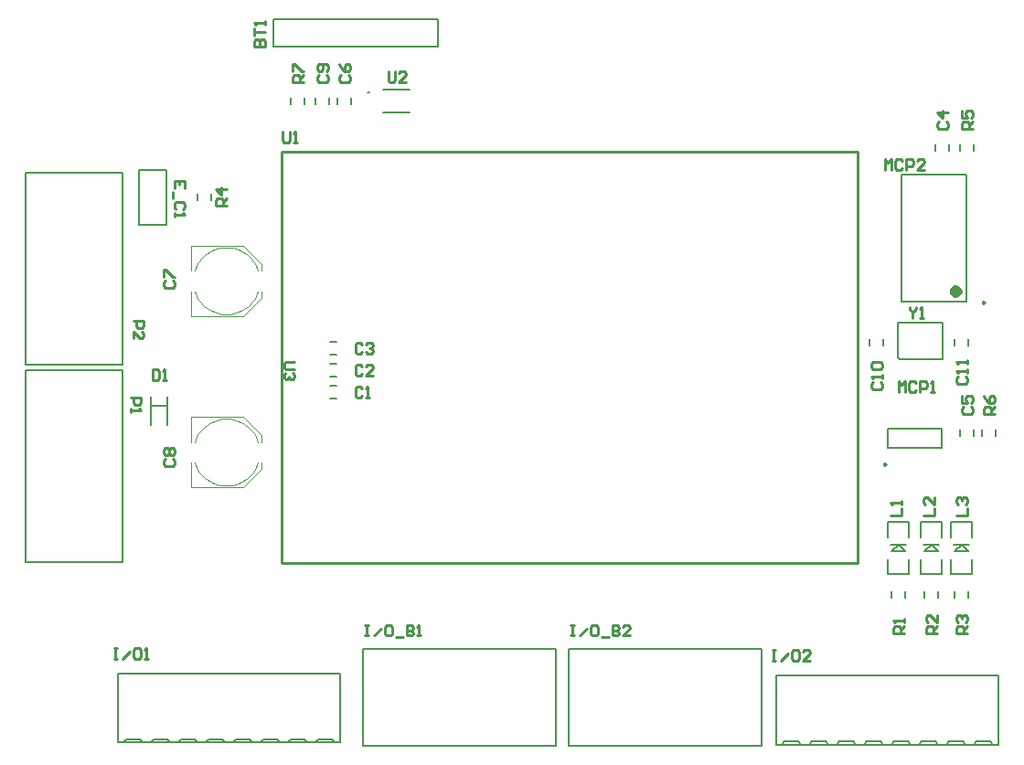
<source format=gto>
G04 Layer_Color=65535*
%FSLAX25Y25*%
%MOIN*%
G70*
G01*
G75*
%ADD22C,0.01000*%
%ADD31C,0.02362*%
%ADD32C,0.00984*%
%ADD33C,0.00394*%
%ADD34C,0.00787*%
%ADD35C,0.00400*%
%ADD36C,0.00600*%
%ADD37C,0.00800*%
D22*
X95000Y68500D02*
Y218500D01*
X305000D01*
Y68500D02*
Y218500D01*
X95000Y68500D02*
X305000D01*
X200600Y46036D02*
X201912D01*
X201256D01*
Y42100D01*
X200600D01*
X201912D01*
X203880D02*
X206504Y44724D01*
X209783Y46036D02*
X208471D01*
X207816Y45380D01*
Y42756D01*
X208471Y42100D01*
X209783D01*
X210439Y42756D01*
Y45380D01*
X209783Y46036D01*
X211751Y41444D02*
X214375D01*
X215687Y46036D02*
Y42100D01*
X217655D01*
X218311Y42756D01*
Y43412D01*
X217655Y44068D01*
X215687D01*
X217655D01*
X218311Y44724D01*
Y45380D01*
X217655Y46036D01*
X215687D01*
X222247Y42100D02*
X219623D01*
X222247Y44724D01*
Y45380D01*
X221591Y46036D01*
X220279D01*
X219623Y45380D01*
X274000Y36936D02*
X275312D01*
X274656D01*
Y33000D01*
X274000D01*
X275312D01*
X277280D02*
X279904Y35624D01*
X283183Y36936D02*
X281872D01*
X281216Y36280D01*
Y33656D01*
X281872Y33000D01*
X283183D01*
X283839Y33656D01*
Y36280D01*
X283183Y36936D01*
X287775Y33000D02*
X285151D01*
X287775Y35624D01*
Y36280D01*
X287119Y36936D01*
X285807D01*
X285151Y36280D01*
X124624Y148280D02*
X123968Y148936D01*
X122656D01*
X122000Y148280D01*
Y145656D01*
X122656Y145000D01*
X123968D01*
X124624Y145656D01*
X125936Y148280D02*
X126592Y148936D01*
X127904D01*
X128560Y148280D01*
Y147624D01*
X127904Y146968D01*
X127248D01*
X127904D01*
X128560Y146312D01*
Y145656D01*
X127904Y145000D01*
X126592D01*
X125936Y145656D01*
X124624Y140280D02*
X123968Y140936D01*
X122656D01*
X122000Y140280D01*
Y137656D01*
X122656Y137000D01*
X123968D01*
X124624Y137656D01*
X128560Y137000D02*
X125936D01*
X128560Y139624D01*
Y140280D01*
X127904Y140936D01*
X126592D01*
X125936Y140280D01*
X124624Y132280D02*
X123968Y132936D01*
X122656D01*
X122000Y132280D01*
Y129656D01*
X122656Y129000D01*
X123968D01*
X124624Y129656D01*
X125936Y129000D02*
X127248D01*
X126592D01*
Y132936D01*
X125936Y132280D01*
X34000Y37636D02*
X35312D01*
X34656D01*
Y33700D01*
X34000D01*
X35312D01*
X37280D02*
X39904Y36324D01*
X43183Y37636D02*
X41872D01*
X41216Y36980D01*
Y34356D01*
X41872Y33700D01*
X43183D01*
X43839Y34356D01*
Y36980D01*
X43183Y37636D01*
X45151Y33700D02*
X46463D01*
X45807D01*
Y37636D01*
X45151Y36980D01*
X125600Y46036D02*
X126912D01*
X126256D01*
Y42100D01*
X125600D01*
X126912D01*
X128880D02*
X131504Y44724D01*
X134783Y46036D02*
X133472D01*
X132816Y45380D01*
Y42756D01*
X133472Y42100D01*
X134783D01*
X135439Y42756D01*
Y45380D01*
X134783Y46036D01*
X136751Y41444D02*
X139375D01*
X140687Y46036D02*
Y42100D01*
X142655D01*
X143311Y42756D01*
Y43412D01*
X142655Y44068D01*
X140687D01*
X142655D01*
X143311Y44724D01*
Y45380D01*
X142655Y46036D01*
X140687D01*
X144623Y42100D02*
X145935D01*
X145279D01*
Y46036D01*
X144623Y45380D01*
X134000Y247936D02*
Y244656D01*
X134656Y244000D01*
X135968D01*
X136624Y244656D01*
Y247936D01*
X140560Y244000D02*
X137936D01*
X140560Y246624D01*
Y247280D01*
X139904Y247936D01*
X138592D01*
X137936Y247280D01*
X103000Y244000D02*
X99064D01*
Y245968D01*
X99720Y246624D01*
X101032D01*
X101688Y245968D01*
Y244000D01*
Y245312D02*
X103000Y246624D01*
X99064Y247936D02*
Y250560D01*
X99720D01*
X102344Y247936D01*
X103000D01*
X116720Y246624D02*
X116064Y245968D01*
Y244656D01*
X116720Y244000D01*
X119344D01*
X120000Y244656D01*
Y245968D01*
X119344Y246624D01*
X116064Y250560D02*
X116720Y249248D01*
X118032Y247936D01*
X119344D01*
X120000Y248592D01*
Y249904D01*
X119344Y250560D01*
X118688D01*
X118032Y249904D01*
Y247936D01*
X108720Y246624D02*
X108064Y245968D01*
Y244656D01*
X108720Y244000D01*
X111344D01*
X112000Y244656D01*
Y245968D01*
X111344Y246624D01*
Y247936D02*
X112000Y248592D01*
Y249904D01*
X111344Y250560D01*
X108720D01*
X108064Y249904D01*
Y248592D01*
X108720Y247936D01*
X109376D01*
X110032Y248592D01*
Y250560D01*
X85064Y257000D02*
X89000D01*
Y258968D01*
X88344Y259624D01*
X87688D01*
X87032Y258968D01*
Y257000D01*
Y258968D01*
X86376Y259624D01*
X85720D01*
X85064Y258968D01*
Y257000D01*
Y260936D02*
Y263560D01*
Y262248D01*
X89000D01*
Y264872D02*
Y266183D01*
Y265527D01*
X85064D01*
X85720Y264872D01*
X334000Y43000D02*
X330064D01*
Y44968D01*
X330720Y45624D01*
X332032D01*
X332688Y44968D01*
Y43000D01*
Y44312D02*
X334000Y45624D01*
Y49560D02*
Y46936D01*
X331376Y49560D01*
X330720D01*
X330064Y48904D01*
Y47592D01*
X330720Y46936D01*
X322000Y43000D02*
X318064D01*
Y44968D01*
X318720Y45624D01*
X320032D01*
X320688Y44968D01*
Y43000D01*
Y44312D02*
X322000Y45624D01*
Y46936D02*
Y48248D01*
Y47592D01*
X318064D01*
X318720Y46936D01*
X329064Y86000D02*
X333000D01*
Y88624D01*
Y92560D02*
Y89936D01*
X330376Y92560D01*
X329720D01*
X329064Y91904D01*
Y90592D01*
X329720Y89936D01*
X317064Y86000D02*
X321000D01*
Y88624D01*
Y89936D02*
Y91248D01*
Y90592D01*
X317064D01*
X317720Y89936D01*
X324000Y161936D02*
Y161280D01*
X325312Y159968D01*
X326624Y161280D01*
Y161936D01*
X325312Y159968D02*
Y158000D01*
X327936D02*
X329248D01*
X328592D01*
Y161936D01*
X327936Y161280D01*
X95500Y225936D02*
Y222656D01*
X96156Y222000D01*
X97468D01*
X98124Y222656D01*
Y225936D01*
X99436Y222000D02*
X100748D01*
X100092D01*
Y225936D01*
X99436Y225280D01*
X355000Y123000D02*
X351064D01*
Y124968D01*
X351720Y125624D01*
X353032D01*
X353688Y124968D01*
Y123000D01*
Y124312D02*
X355000Y125624D01*
X351064Y129560D02*
X351720Y128248D01*
X353032Y126936D01*
X354344D01*
X355000Y127592D01*
Y128904D01*
X354344Y129560D01*
X353688D01*
X353032Y128904D01*
Y126936D01*
X347000Y227000D02*
X343064D01*
Y228968D01*
X343720Y229624D01*
X345032D01*
X345688Y228968D01*
Y227000D01*
Y228312D02*
X347000Y229624D01*
X343064Y233560D02*
Y230936D01*
X345032D01*
X344376Y232248D01*
Y232904D01*
X345032Y233560D01*
X346344D01*
X347000Y232904D01*
Y231592D01*
X346344Y230936D01*
X345000Y43000D02*
X341064D01*
Y44968D01*
X341720Y45624D01*
X343032D01*
X343688Y44968D01*
Y43000D01*
Y44312D02*
X345000Y45624D01*
X341720Y46936D02*
X341064Y47592D01*
Y48904D01*
X341720Y49560D01*
X342376D01*
X343032Y48904D01*
Y48248D01*
Y48904D01*
X343688Y49560D01*
X344344D01*
X345000Y48904D01*
Y47592D01*
X344344Y46936D01*
X75000Y199000D02*
X71064D01*
Y200968D01*
X71720Y201624D01*
X73032D01*
X73688Y200968D01*
Y199000D01*
Y200312D02*
X75000Y201624D01*
Y204904D02*
X71064D01*
X73032Y202936D01*
Y205560D01*
X40000Y129000D02*
X43936D01*
Y127032D01*
X43280Y126376D01*
X41968D01*
X41312Y127032D01*
Y129000D01*
X40000Y125064D02*
Y123752D01*
Y124408D01*
X43936D01*
X43280Y125064D01*
X41000Y157000D02*
X44936D01*
Y155032D01*
X44280Y154376D01*
X42968D01*
X42312Y155032D01*
Y157000D01*
X41000Y150440D02*
Y153064D01*
X43624Y150440D01*
X44280D01*
X44936Y151096D01*
Y152408D01*
X44280Y153064D01*
X315000Y212000D02*
Y215936D01*
X316312Y214624D01*
X317624Y215936D01*
Y212000D01*
X321560Y215280D02*
X320904Y215936D01*
X319592D01*
X318936Y215280D01*
Y212656D01*
X319592Y212000D01*
X320904D01*
X321560Y212656D01*
X322871Y212000D02*
Y215936D01*
X324839D01*
X325495Y215280D01*
Y213968D01*
X324839Y213312D01*
X322871D01*
X329431Y212000D02*
X326807D01*
X329431Y214624D01*
Y215280D01*
X328775Y215936D01*
X327463D01*
X326807Y215280D01*
X320000Y131000D02*
Y134936D01*
X321312Y133624D01*
X322624Y134936D01*
Y131000D01*
X326560Y134280D02*
X325904Y134936D01*
X324592D01*
X323936Y134280D01*
Y131656D01*
X324592Y131000D01*
X325904D01*
X326560Y131656D01*
X327871Y131000D02*
Y134936D01*
X329839D01*
X330495Y134280D01*
Y132968D01*
X329839Y132312D01*
X327871D01*
X331807Y131000D02*
X333119D01*
X332463D01*
Y134936D01*
X331807Y134280D01*
X341064Y86000D02*
X345000D01*
Y88624D01*
X341720Y89936D02*
X341064Y90592D01*
Y91904D01*
X341720Y92560D01*
X342376D01*
X343032Y91904D01*
Y91248D01*
Y91904D01*
X343688Y92560D01*
X344344D01*
X345000Y91904D01*
Y90592D01*
X344344Y89936D01*
X59936Y205376D02*
Y208000D01*
X56000D01*
Y205376D01*
X57968Y208000D02*
Y206688D01*
X55344Y204064D02*
Y201440D01*
X59280Y197505D02*
X59936Y198161D01*
Y199473D01*
X59280Y200129D01*
X56656D01*
X56000Y199473D01*
Y198161D01*
X56656Y197505D01*
X56000Y196193D02*
Y194881D01*
Y195537D01*
X59936D01*
X59280Y196193D01*
X48000Y139336D02*
Y135400D01*
X49968D01*
X50624Y136056D01*
Y138680D01*
X49968Y139336D01*
X48000D01*
X51936Y135400D02*
X53248D01*
X52592D01*
Y139336D01*
X51936Y138680D01*
X52720Y171624D02*
X52064Y170968D01*
Y169656D01*
X52720Y169000D01*
X55344D01*
X56000Y169656D01*
Y170968D01*
X55344Y171624D01*
X52064Y172936D02*
Y175560D01*
X52720D01*
X55344Y172936D01*
X56000D01*
X334720Y229624D02*
X334064Y228968D01*
Y227656D01*
X334720Y227000D01*
X337344D01*
X338000Y227656D01*
Y228968D01*
X337344Y229624D01*
X338000Y232904D02*
X334064D01*
X336032Y230936D01*
Y233560D01*
X343720Y125624D02*
X343064Y124968D01*
Y123656D01*
X343720Y123000D01*
X346344D01*
X347000Y123656D01*
Y124968D01*
X346344Y125624D01*
X343064Y129560D02*
Y126936D01*
X345032D01*
X344376Y128248D01*
Y128904D01*
X345032Y129560D01*
X346344D01*
X347000Y128904D01*
Y127592D01*
X346344Y126936D01*
X341720Y136624D02*
X341064Y135968D01*
Y134656D01*
X341720Y134000D01*
X344344D01*
X345000Y134656D01*
Y135968D01*
X344344Y136624D01*
X345000Y137936D02*
Y139248D01*
Y138592D01*
X341064D01*
X341720Y137936D01*
X345000Y141216D02*
Y142527D01*
Y141872D01*
X341064D01*
X341720Y141216D01*
X310720Y134624D02*
X310064Y133968D01*
Y132656D01*
X310720Y132000D01*
X313344D01*
X314000Y132656D01*
Y133968D01*
X313344Y134624D01*
X314000Y135936D02*
Y137248D01*
Y136592D01*
X310064D01*
X310720Y135936D01*
Y139216D02*
X310064Y139872D01*
Y141183D01*
X310720Y141839D01*
X313344D01*
X314000Y141183D01*
Y139872D01*
X313344Y139216D01*
X310720D01*
X52720Y106624D02*
X52064Y105968D01*
Y104656D01*
X52720Y104000D01*
X55344D01*
X56000Y104656D01*
Y105968D01*
X55344Y106624D01*
X52720Y107936D02*
X52064Y108592D01*
Y109904D01*
X52720Y110560D01*
X53376D01*
X54032Y109904D01*
X54688Y110560D01*
X55344D01*
X56000Y109904D01*
Y108592D01*
X55344Y107936D01*
X54688D01*
X54032Y108592D01*
X53376Y107936D01*
X52720D01*
X54032Y108592D02*
Y109904D01*
X99936Y142000D02*
X96656D01*
X96000Y141344D01*
Y140032D01*
X96656Y139376D01*
X99936D01*
X99280Y138064D02*
X99936Y137408D01*
Y136096D01*
X99280Y135440D01*
X98624D01*
X97968Y136096D01*
Y136752D01*
Y136096D01*
X97312Y135440D01*
X96656D01*
X96000Y136096D01*
Y137408D01*
X96656Y138064D01*
D31*
X342055Y167709D02*
X341610Y168632D01*
X340611Y168860D01*
X339810Y168221D01*
Y167196D01*
X340611Y166557D01*
X341610Y166785D01*
X342055Y167709D01*
D32*
X351406Y163654D02*
X350667Y164080D01*
Y163227D01*
X351406Y163654D01*
X315646Y104551D02*
X314908Y104977D01*
Y104125D01*
X315646Y104551D01*
D33*
X319535Y142413D02*
D03*
D34*
X127157Y240150D02*
X126370D01*
X127157D01*
X321189Y210228D02*
X344811D01*
X321189Y163772D02*
X344811D01*
X321189D02*
Y210228D01*
X344811Y163772D02*
Y210228D01*
X320520Y142807D02*
X323669D01*
X319732Y143594D02*
X320520Y142807D01*
X319732Y143594D02*
Y156193D01*
X336268D01*
Y142807D02*
Y156193D01*
X323669Y142807D02*
X336268D01*
X316157Y110457D02*
X335843D01*
X316157Y117543D02*
X335843D01*
X316157Y110457D02*
Y117543D01*
X335843Y110457D02*
Y117543D01*
X92000Y257000D02*
Y267000D01*
X152000Y257000D02*
Y267000D01*
X92000Y257000D02*
X152000D01*
X92000Y267000D02*
X152000D01*
X43000Y212000D02*
X53000D01*
Y192000D02*
Y212000D01*
X43000Y192000D02*
X53000D01*
X43000D02*
Y212000D01*
X48500Y4248D02*
X53500D01*
X47500Y3150D02*
X48500Y4248D01*
X53500D02*
X54500Y3150D01*
X68500Y4248D02*
X73500D01*
X67500Y3150D02*
X68500Y4248D01*
X73500D02*
X74500Y3150D01*
X83500Y4248D02*
X84500Y3150D01*
X77500D02*
X78500Y4248D01*
X83500D01*
X116236Y28346D02*
X116630D01*
Y3150D02*
Y28346D01*
X35370Y3150D02*
X116630D01*
X35370D02*
Y28346D01*
X116236D01*
X108500Y4248D02*
X113500D01*
X107500Y3150D02*
X108500Y4248D01*
X113500D02*
X114500Y3150D01*
X103500Y4248D02*
X104500Y3150D01*
X97500D02*
X98500Y4248D01*
X103500D01*
X88500D02*
X93500D01*
X87500Y3150D02*
X88500Y4248D01*
X93500D02*
X94500Y3150D01*
X63500Y4248D02*
X64500Y3150D01*
X57500D02*
X58500Y4248D01*
X63500D01*
X43500D02*
X44500Y3150D01*
X37500D02*
X38500Y4248D01*
X43500D01*
X124961Y1969D02*
X195039D01*
X124961Y37402D02*
X195039D01*
X124961Y1969D02*
Y37402D01*
X195039Y1969D02*
Y37402D01*
X1783Y140961D02*
Y211039D01*
X37217Y140961D02*
Y211039D01*
X1783D02*
X37217D01*
X1783Y140961D02*
X37217D01*
X1783Y68961D02*
Y139039D01*
X37217Y68961D02*
Y139039D01*
X1783D02*
X37217D01*
X1783Y68961D02*
X37217D01*
X199961Y1969D02*
X270039D01*
X199961Y37402D02*
X270039D01*
X199961Y1969D02*
Y37402D01*
X270039Y1969D02*
Y37402D01*
X288500Y3500D02*
X293500D01*
X287500Y2402D02*
X288500Y3500D01*
X293500D02*
X294500Y2402D01*
X308500Y3500D02*
X313500D01*
X307500Y2402D02*
X308500Y3500D01*
X313500D02*
X314500Y2402D01*
X323500Y3500D02*
X324500Y2402D01*
X317500D02*
X318500Y3500D01*
X323500D01*
X356236Y27598D02*
X356630D01*
Y2402D02*
Y27598D01*
X275370Y2402D02*
X356630D01*
X275370D02*
Y27598D01*
X356236D01*
X348500Y3500D02*
X353500D01*
X347500Y2402D02*
X348500Y3500D01*
X353500D02*
X354500Y2402D01*
X343500Y3500D02*
X344500Y2402D01*
X337500D02*
X338500Y3500D01*
X343500D01*
X328500D02*
X333500D01*
X327500Y2402D02*
X328500Y3500D01*
X333500D02*
X334500Y2402D01*
X303500Y3500D02*
X304500Y2402D01*
X297500D02*
X298500Y3500D01*
X303500D01*
X283500D02*
X284500Y2402D01*
X277500D02*
X278500Y3500D01*
X283500D01*
D35*
X86614Y112740D02*
X86272Y113670D01*
X85856Y114569D01*
X85368Y115432D01*
X84812Y116252D01*
X84191Y117025D01*
X83509Y117744D01*
X82772Y118406D01*
X81983Y119006D01*
X81148Y119539D01*
X80272Y120003D01*
X79362Y120395D01*
X78423Y120711D01*
X77461Y120950D01*
X76483Y121111D01*
X75495Y121191D01*
X74505D01*
X73517Y121111D01*
X72539Y120950D01*
X71577Y120711D01*
X70638Y120395D01*
X69728Y120003D01*
X68852Y119539D01*
X68017Y119006D01*
X67228Y118406D01*
X66491Y117744D01*
X65809Y117025D01*
X65188Y116252D01*
X64632Y115432D01*
X64144Y114569D01*
X63728Y113670D01*
X63386Y112740D01*
Y105260D02*
X63728Y104330D01*
X64144Y103430D01*
X64632Y102568D01*
X65188Y101748D01*
X65809Y100975D01*
X66491Y100256D01*
X67228Y99594D01*
X68017Y98994D01*
X68852Y98461D01*
X69728Y97997D01*
X70638Y97605D01*
X71577Y97289D01*
X72539Y97049D01*
X73517Y96889D01*
X74505Y96809D01*
X75495Y96809D01*
X76483Y96889D01*
X77461Y97049D01*
X78423Y97289D01*
X79362Y97605D01*
X80272Y97997D01*
X81148Y98461D01*
X81983Y98994D01*
X82772Y99594D01*
X83509Y100256D01*
X84191Y100975D01*
X84812Y101748D01*
X85368Y102568D01*
X85856Y103430D01*
X86272Y104330D01*
X86614Y105260D01*
Y175240D02*
X86272Y176170D01*
X85856Y177069D01*
X85368Y177932D01*
X84812Y178752D01*
X84191Y179525D01*
X83509Y180244D01*
X82772Y180906D01*
X81983Y181506D01*
X81148Y182039D01*
X80272Y182503D01*
X79362Y182895D01*
X78423Y183211D01*
X77461Y183450D01*
X76483Y183611D01*
X75495Y183691D01*
X74505D01*
X73517Y183611D01*
X72539Y183450D01*
X71577Y183211D01*
X70638Y182895D01*
X69728Y182503D01*
X68852Y182039D01*
X68017Y181506D01*
X67228Y180906D01*
X66491Y180244D01*
X65809Y179525D01*
X65188Y178752D01*
X64632Y177932D01*
X64144Y177069D01*
X63728Y176170D01*
X63386Y175240D01*
Y167760D02*
X63728Y166830D01*
X64144Y165930D01*
X64632Y165068D01*
X65188Y164248D01*
X65809Y163475D01*
X66491Y162756D01*
X67228Y162094D01*
X68017Y161495D01*
X68852Y160961D01*
X69728Y160497D01*
X70638Y160105D01*
X71577Y159789D01*
X72539Y159549D01*
X73517Y159389D01*
X74505Y159309D01*
X75495Y159309D01*
X76483Y159389D01*
X77461Y159549D01*
X78423Y159789D01*
X79362Y160105D01*
X80272Y160497D01*
X81148Y160961D01*
X81983Y161495D01*
X82772Y162094D01*
X83509Y162756D01*
X84191Y163475D01*
X84812Y164248D01*
X85368Y165068D01*
X85856Y165930D01*
X86272Y166830D01*
X86614Y167760D01*
X62205Y112740D02*
Y121795D01*
X81102D01*
X87795Y115102D01*
Y112740D02*
Y115102D01*
Y102898D02*
Y105260D01*
X81102Y96205D02*
X87795Y102898D01*
X62205Y96205D02*
X81102D01*
X62205D02*
Y105260D01*
Y175240D02*
Y184295D01*
X81102D01*
X87795Y177602D01*
Y175240D02*
Y177602D01*
Y165398D02*
Y167760D01*
X81102Y158705D02*
X87795Y165398D01*
X62205Y158705D02*
X81102D01*
X62205D02*
Y167760D01*
D36*
X342638Y218819D02*
Y221181D01*
X347362Y218819D02*
Y221181D01*
X338362Y218819D02*
Y221181D01*
X333638Y218819D02*
Y221181D01*
X345362Y147819D02*
Y150181D01*
X340638Y147819D02*
Y150181D01*
X309638Y147819D02*
Y150181D01*
X314362Y147819D02*
Y150181D01*
X64638Y200819D02*
Y203181D01*
X69362Y200819D02*
Y203181D01*
X355362Y114819D02*
Y117181D01*
X350638Y114819D02*
Y117181D01*
X342638Y114819D02*
Y117181D01*
X347362Y114819D02*
Y117181D01*
X345362Y55819D02*
Y58181D01*
X340638Y55819D02*
Y58181D01*
X334362Y55819D02*
Y58181D01*
X329638Y55819D02*
Y58181D01*
X322362Y55819D02*
Y58181D01*
X317638Y55819D02*
Y58181D01*
X132276Y241134D02*
X141724D01*
X132276Y232866D02*
X141724D01*
X115638Y235819D02*
Y238181D01*
X120362Y235819D02*
Y238181D01*
X107638Y235819D02*
Y238181D01*
X112362Y235819D02*
Y238181D01*
X103362Y235819D02*
Y238181D01*
X98638Y235819D02*
Y238181D01*
X112819Y144638D02*
X115181D01*
X112819Y149362D02*
X115181D01*
X112819Y136638D02*
X115181D01*
X112819Y141362D02*
X115181D01*
X112819Y128638D02*
X115181D01*
X112819Y133362D02*
X115181D01*
D37*
X339063Y64551D02*
Y70063D01*
Y64551D02*
X346937D01*
Y70063D01*
X339063Y77937D02*
Y83449D01*
X346937D01*
Y77937D02*
Y83449D01*
X340244Y75181D02*
X343000D01*
X345756D01*
X340638Y72819D02*
X343000Y75181D01*
X340638Y72819D02*
X345362D01*
X343000Y75181D02*
X345362Y72819D01*
X328063Y64551D02*
Y70063D01*
Y64551D02*
X335937D01*
Y70063D01*
X328063Y77937D02*
Y83449D01*
X335937D01*
Y77937D02*
Y83449D01*
X329244Y75181D02*
X332000D01*
X334756D01*
X329638Y72819D02*
X332000Y75181D01*
X329638Y72819D02*
X334362D01*
X332000Y75181D02*
X334362Y72819D01*
X316063Y64551D02*
Y70063D01*
Y64551D02*
X323937D01*
Y70063D01*
X316063Y77937D02*
Y83449D01*
X323937D01*
Y77937D02*
Y83449D01*
X317244Y75181D02*
X320000D01*
X322756D01*
X317638Y72819D02*
X320000Y75181D01*
X317638Y72819D02*
X322362D01*
X320000Y75181D02*
X322362Y72819D01*
X53551Y125969D02*
Y129118D01*
Y118882D02*
Y125969D01*
X47449D02*
Y129118D01*
Y118882D02*
Y125969D01*
X53551D01*
M02*

</source>
